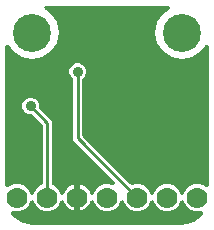
<source format=gbr>
G04 EAGLE Gerber RS-274X export*
G75*
%MOMM*%
%FSLAX34Y34*%
%LPD*%
%INBottom Copper*%
%IPPOS*%
%AMOC8*
5,1,8,0,0,1.08239X$1,22.5*%
G01*
%ADD10C,3.216000*%
%ADD11C,1.778000*%
%ADD12C,0.906400*%
%ADD13C,0.254000*%

G36*
X152466Y2547D02*
X152466Y2547D01*
X152559Y2547D01*
X155818Y2803D01*
X155890Y2816D01*
X155963Y2820D01*
X156128Y2859D01*
X156214Y2875D01*
X156245Y2887D01*
X156286Y2897D01*
X162483Y4910D01*
X162623Y4972D01*
X162766Y5026D01*
X162813Y5055D01*
X162852Y5072D01*
X162922Y5121D01*
X163050Y5199D01*
X168322Y9029D01*
X168436Y9131D01*
X168555Y9227D01*
X168591Y9269D01*
X168622Y9297D01*
X168674Y9366D01*
X168771Y9478D01*
X169807Y10904D01*
X169830Y10944D01*
X169860Y10980D01*
X169932Y11118D01*
X170010Y11251D01*
X170025Y11296D01*
X170047Y11337D01*
X170090Y11485D01*
X170140Y11632D01*
X170147Y11679D01*
X170160Y11723D01*
X170173Y11878D01*
X170193Y12031D01*
X170190Y12078D01*
X170194Y12125D01*
X170177Y12278D01*
X170167Y12433D01*
X170154Y12478D01*
X170149Y12525D01*
X170102Y12672D01*
X170061Y12822D01*
X170040Y12863D01*
X170026Y12908D01*
X169950Y13043D01*
X169881Y13182D01*
X169852Y13219D01*
X169829Y13259D01*
X169729Y13377D01*
X169634Y13499D01*
X169598Y13530D01*
X169568Y13565D01*
X169446Y13661D01*
X169328Y13762D01*
X169287Y13785D01*
X169251Y13813D01*
X169112Y13883D01*
X168977Y13959D01*
X168933Y13973D01*
X168891Y13994D01*
X168742Y14035D01*
X168594Y14083D01*
X168548Y14088D01*
X168503Y14100D01*
X168348Y14111D01*
X168194Y14129D01*
X168148Y14125D01*
X168101Y14128D01*
X167947Y14108D01*
X167793Y14095D01*
X167748Y14082D01*
X167702Y14076D01*
X167464Y13999D01*
X167406Y13983D01*
X167397Y13978D01*
X167386Y13974D01*
X167374Y13969D01*
X162826Y13969D01*
X158625Y15709D01*
X155409Y18925D01*
X154277Y21660D01*
X154272Y21668D01*
X154270Y21676D01*
X154177Y21845D01*
X154086Y22015D01*
X154081Y22022D01*
X154076Y22030D01*
X153952Y22177D01*
X153830Y22325D01*
X153823Y22331D01*
X153817Y22338D01*
X153666Y22458D01*
X153517Y22579D01*
X153510Y22583D01*
X153502Y22589D01*
X153332Y22676D01*
X153161Y22766D01*
X153152Y22769D01*
X153144Y22773D01*
X152962Y22824D01*
X152774Y22879D01*
X152765Y22880D01*
X152757Y22882D01*
X152566Y22897D01*
X152373Y22914D01*
X152364Y22913D01*
X152356Y22913D01*
X152165Y22890D01*
X151973Y22869D01*
X151965Y22866D01*
X151956Y22865D01*
X151775Y22805D01*
X151590Y22745D01*
X151582Y22741D01*
X151574Y22738D01*
X151407Y22643D01*
X151238Y22549D01*
X151232Y22543D01*
X151224Y22539D01*
X151077Y22411D01*
X150933Y22287D01*
X150927Y22280D01*
X150920Y22274D01*
X150803Y22121D01*
X150684Y21970D01*
X150680Y21962D01*
X150675Y21955D01*
X150523Y21660D01*
X149391Y18925D01*
X146175Y15709D01*
X143425Y14570D01*
X143424Y14570D01*
X141974Y13969D01*
X137426Y13969D01*
X133225Y15709D01*
X130009Y18925D01*
X128877Y21660D01*
X128872Y21668D01*
X128870Y21676D01*
X128776Y21847D01*
X128686Y22015D01*
X128681Y22022D01*
X128676Y22030D01*
X128552Y22178D01*
X128430Y22325D01*
X128423Y22331D01*
X128417Y22338D01*
X128267Y22458D01*
X128117Y22579D01*
X128109Y22583D01*
X128102Y22589D01*
X127930Y22677D01*
X127761Y22766D01*
X127752Y22769D01*
X127744Y22773D01*
X127558Y22825D01*
X127374Y22879D01*
X127365Y22880D01*
X127357Y22882D01*
X127166Y22897D01*
X126973Y22914D01*
X126964Y22913D01*
X126956Y22913D01*
X126764Y22890D01*
X126573Y22869D01*
X126565Y22866D01*
X126556Y22865D01*
X126373Y22804D01*
X126190Y22745D01*
X126182Y22741D01*
X126174Y22738D01*
X126007Y22643D01*
X125838Y22549D01*
X125832Y22543D01*
X125824Y22539D01*
X125679Y22412D01*
X125533Y22287D01*
X125527Y22280D01*
X125520Y22274D01*
X125403Y22121D01*
X125284Y21970D01*
X125280Y21962D01*
X125275Y21955D01*
X125123Y21660D01*
X123991Y18925D01*
X120775Y15709D01*
X118025Y14570D01*
X118024Y14570D01*
X116574Y13969D01*
X112026Y13969D01*
X107825Y15709D01*
X104609Y18925D01*
X103477Y21660D01*
X103472Y21668D01*
X103470Y21676D01*
X103376Y21847D01*
X103286Y22015D01*
X103281Y22022D01*
X103276Y22030D01*
X103152Y22178D01*
X103030Y22325D01*
X103023Y22331D01*
X103017Y22338D01*
X102867Y22458D01*
X102717Y22579D01*
X102709Y22583D01*
X102702Y22589D01*
X102530Y22677D01*
X102361Y22766D01*
X102352Y22769D01*
X102344Y22773D01*
X102158Y22825D01*
X101974Y22879D01*
X101965Y22880D01*
X101957Y22882D01*
X101766Y22897D01*
X101573Y22914D01*
X101564Y22913D01*
X101556Y22913D01*
X101364Y22890D01*
X101173Y22869D01*
X101165Y22866D01*
X101156Y22865D01*
X100973Y22804D01*
X100790Y22745D01*
X100782Y22741D01*
X100774Y22738D01*
X100607Y22643D01*
X100438Y22549D01*
X100432Y22543D01*
X100424Y22539D01*
X100279Y22412D01*
X100133Y22287D01*
X100127Y22280D01*
X100120Y22274D01*
X100003Y22121D01*
X99884Y21970D01*
X99880Y21962D01*
X99875Y21955D01*
X99723Y21660D01*
X98591Y18925D01*
X95375Y15709D01*
X92625Y14570D01*
X92624Y14570D01*
X91174Y13969D01*
X86626Y13969D01*
X82425Y15709D01*
X79209Y18925D01*
X78069Y21678D01*
X78027Y21756D01*
X77994Y21838D01*
X77933Y21933D01*
X77879Y22032D01*
X77823Y22101D01*
X77774Y22175D01*
X77695Y22256D01*
X77623Y22343D01*
X77554Y22399D01*
X77491Y22462D01*
X77398Y22525D01*
X77310Y22597D01*
X77232Y22638D01*
X77158Y22688D01*
X77053Y22731D01*
X76954Y22784D01*
X76868Y22809D01*
X76786Y22843D01*
X76676Y22865D01*
X76567Y22897D01*
X76479Y22904D01*
X76392Y22922D01*
X76279Y22922D01*
X76166Y22931D01*
X76078Y22921D01*
X75989Y22921D01*
X75878Y22899D01*
X75766Y22886D01*
X75682Y22859D01*
X75594Y22841D01*
X75490Y22798D01*
X75383Y22763D01*
X75305Y22720D01*
X75223Y22685D01*
X75130Y22622D01*
X75031Y22567D01*
X74964Y22509D01*
X74890Y22459D01*
X74811Y22378D01*
X74725Y22305D01*
X74671Y22235D01*
X74608Y22172D01*
X74547Y22077D01*
X74477Y21988D01*
X74437Y21908D01*
X74389Y21834D01*
X74334Y21704D01*
X74296Y21628D01*
X74284Y21584D01*
X74261Y21528D01*
X74093Y21012D01*
X73276Y19409D01*
X72219Y17953D01*
X70947Y16681D01*
X69491Y15624D01*
X67888Y14807D01*
X66177Y14251D01*
X65999Y14223D01*
X65999Y24932D01*
X65997Y24950D01*
X65999Y24967D01*
X65978Y25149D01*
X65959Y25332D01*
X65954Y25349D01*
X65952Y25367D01*
X65939Y25408D01*
X65966Y25502D01*
X65968Y25520D01*
X65972Y25537D01*
X65999Y25868D01*
X65999Y36577D01*
X66177Y36549D01*
X67888Y35993D01*
X69491Y35176D01*
X70947Y34119D01*
X72219Y32847D01*
X73276Y31391D01*
X74093Y29788D01*
X74261Y29272D01*
X74297Y29191D01*
X74323Y29106D01*
X74377Y29007D01*
X74423Y28903D01*
X74474Y28831D01*
X74516Y28753D01*
X74589Y28666D01*
X74654Y28574D01*
X74718Y28513D01*
X74775Y28445D01*
X74864Y28374D01*
X74946Y28296D01*
X75021Y28249D01*
X75090Y28194D01*
X75191Y28142D01*
X75286Y28082D01*
X75369Y28050D01*
X75448Y28010D01*
X75557Y27979D01*
X75663Y27939D01*
X75750Y27924D01*
X75836Y27900D01*
X75948Y27891D01*
X76060Y27873D01*
X76149Y27876D01*
X76237Y27869D01*
X76349Y27883D01*
X76462Y27886D01*
X76549Y27907D01*
X76637Y27918D01*
X76744Y27953D01*
X76854Y27979D01*
X76935Y28016D01*
X77019Y28044D01*
X77117Y28100D01*
X77220Y28147D01*
X77292Y28200D01*
X77369Y28244D01*
X77454Y28318D01*
X77545Y28384D01*
X77605Y28450D01*
X77672Y28508D01*
X77741Y28598D01*
X77818Y28681D01*
X77864Y28757D01*
X77918Y28827D01*
X77982Y28953D01*
X78026Y29025D01*
X78042Y29069D01*
X78069Y29122D01*
X79209Y31875D01*
X82425Y35091D01*
X82686Y35199D01*
X86626Y36831D01*
X91174Y36831D01*
X92505Y36279D01*
X92509Y36278D01*
X92513Y36276D01*
X92701Y36220D01*
X92890Y36163D01*
X92895Y36162D01*
X92899Y36161D01*
X93100Y36143D01*
X93291Y36125D01*
X93295Y36125D01*
X93300Y36125D01*
X93499Y36146D01*
X93692Y36166D01*
X93696Y36168D01*
X93700Y36168D01*
X93888Y36227D01*
X94076Y36286D01*
X94080Y36288D01*
X94084Y36290D01*
X94255Y36384D01*
X94429Y36479D01*
X94433Y36482D01*
X94436Y36484D01*
X94586Y36611D01*
X94737Y36739D01*
X94740Y36742D01*
X94743Y36745D01*
X94865Y36899D01*
X94988Y37053D01*
X94990Y37057D01*
X94993Y37061D01*
X95079Y37231D01*
X95172Y37412D01*
X95173Y37416D01*
X95175Y37420D01*
X95228Y37610D01*
X95282Y37799D01*
X95282Y37803D01*
X95283Y37808D01*
X95298Y38008D01*
X95313Y38200D01*
X95312Y38205D01*
X95313Y38209D01*
X95288Y38406D01*
X95264Y38600D01*
X95263Y38604D01*
X95262Y38609D01*
X95201Y38792D01*
X95138Y38982D01*
X95136Y38986D01*
X95134Y38990D01*
X95036Y39161D01*
X94938Y39332D01*
X94936Y39335D01*
X94933Y39339D01*
X94719Y39592D01*
X60212Y74099D01*
X60212Y124910D01*
X60209Y124936D01*
X60211Y124963D01*
X60189Y125137D01*
X60172Y125310D01*
X60164Y125336D01*
X60161Y125363D01*
X60105Y125528D01*
X60054Y125695D01*
X60041Y125719D01*
X60033Y125744D01*
X59945Y125896D01*
X59862Y126049D01*
X59845Y126070D01*
X59832Y126093D01*
X59617Y126346D01*
X58027Y127936D01*
X56950Y130536D01*
X56950Y133350D01*
X58027Y135949D01*
X60016Y137939D01*
X62616Y139015D01*
X65430Y139015D01*
X68029Y137939D01*
X70019Y135949D01*
X71095Y133350D01*
X71095Y130536D01*
X70019Y127936D01*
X68428Y126346D01*
X68411Y126325D01*
X68391Y126308D01*
X68284Y126170D01*
X68173Y126035D01*
X68161Y126011D01*
X68144Y125990D01*
X68066Y125833D01*
X67985Y125679D01*
X67977Y125653D01*
X67965Y125629D01*
X67920Y125460D01*
X67870Y125293D01*
X67868Y125266D01*
X67861Y125240D01*
X67833Y124910D01*
X67833Y78097D01*
X67836Y78071D01*
X67834Y78044D01*
X67856Y77870D01*
X67873Y77696D01*
X67881Y77671D01*
X67885Y77644D01*
X67940Y77479D01*
X67992Y77312D01*
X68004Y77288D01*
X68013Y77263D01*
X68100Y77111D01*
X68183Y76958D01*
X68200Y76937D01*
X68214Y76914D01*
X68428Y76661D01*
X108402Y36687D01*
X108420Y36673D01*
X108434Y36656D01*
X108575Y36545D01*
X108714Y36432D01*
X108733Y36421D01*
X108751Y36408D01*
X108911Y36327D01*
X109070Y36243D01*
X109091Y36237D01*
X109111Y36227D01*
X109284Y36179D01*
X109455Y36128D01*
X109478Y36126D01*
X109499Y36120D01*
X109678Y36108D01*
X109856Y36092D01*
X109879Y36094D01*
X109901Y36093D01*
X110079Y36116D01*
X110257Y36135D01*
X110278Y36142D01*
X110300Y36145D01*
X110616Y36247D01*
X112026Y36831D01*
X116574Y36831D01*
X120775Y35091D01*
X123991Y31875D01*
X125123Y29140D01*
X125128Y29132D01*
X125130Y29124D01*
X125222Y28956D01*
X125314Y28785D01*
X125319Y28778D01*
X125324Y28770D01*
X125447Y28624D01*
X125570Y28475D01*
X125577Y28469D01*
X125583Y28462D01*
X125733Y28342D01*
X125883Y28221D01*
X125891Y28217D01*
X125897Y28211D01*
X126068Y28124D01*
X126239Y28034D01*
X126248Y28031D01*
X126256Y28027D01*
X126440Y27975D01*
X126626Y27921D01*
X126634Y27920D01*
X126643Y27918D01*
X126834Y27903D01*
X127027Y27886D01*
X127036Y27887D01*
X127044Y27887D01*
X127234Y27910D01*
X127427Y27931D01*
X127435Y27934D01*
X127444Y27935D01*
X127626Y27995D01*
X127810Y28055D01*
X127818Y28059D01*
X127826Y28062D01*
X127994Y28157D01*
X128162Y28251D01*
X128168Y28257D01*
X128176Y28261D01*
X128321Y28388D01*
X128467Y28513D01*
X128473Y28520D01*
X128480Y28526D01*
X128597Y28678D01*
X128716Y28830D01*
X128720Y28838D01*
X128725Y28845D01*
X128877Y29140D01*
X130009Y31875D01*
X133225Y35091D01*
X133486Y35199D01*
X137426Y36831D01*
X141974Y36831D01*
X146175Y35091D01*
X149391Y31875D01*
X150523Y29140D01*
X150528Y29132D01*
X150530Y29124D01*
X150623Y28953D01*
X150714Y28785D01*
X150719Y28778D01*
X150724Y28770D01*
X150847Y28624D01*
X150970Y28475D01*
X150977Y28469D01*
X150983Y28462D01*
X151133Y28343D01*
X151283Y28221D01*
X151291Y28217D01*
X151297Y28211D01*
X151469Y28123D01*
X151639Y28034D01*
X151648Y28031D01*
X151656Y28027D01*
X151841Y27975D01*
X152026Y27921D01*
X152034Y27920D01*
X152043Y27918D01*
X152234Y27903D01*
X152427Y27886D01*
X152436Y27887D01*
X152444Y27887D01*
X152637Y27910D01*
X152827Y27931D01*
X152835Y27934D01*
X152844Y27935D01*
X153029Y27996D01*
X153210Y28055D01*
X153218Y28059D01*
X153226Y28062D01*
X153394Y28157D01*
X153562Y28251D01*
X153568Y28257D01*
X153576Y28261D01*
X153721Y28388D01*
X153867Y28513D01*
X153873Y28520D01*
X153880Y28526D01*
X153997Y28678D01*
X154116Y28830D01*
X154120Y28838D01*
X154125Y28845D01*
X154277Y29140D01*
X155409Y31875D01*
X158625Y35091D01*
X158886Y35199D01*
X162826Y36831D01*
X167374Y36831D01*
X171575Y35091D01*
X171792Y34874D01*
X171799Y34868D01*
X171804Y34861D01*
X171954Y34741D01*
X172103Y34619D01*
X172111Y34615D01*
X172118Y34609D01*
X172288Y34521D01*
X172459Y34430D01*
X172468Y34427D01*
X172475Y34423D01*
X172659Y34371D01*
X172845Y34315D01*
X172854Y34314D01*
X172862Y34312D01*
X173053Y34296D01*
X173246Y34279D01*
X173255Y34280D01*
X173264Y34279D01*
X173453Y34301D01*
X173646Y34322D01*
X173655Y34325D01*
X173663Y34326D01*
X173847Y34386D01*
X174030Y34444D01*
X174038Y34448D01*
X174046Y34451D01*
X174215Y34546D01*
X174382Y34639D01*
X174389Y34644D01*
X174397Y34649D01*
X174542Y34774D01*
X174689Y34899D01*
X174695Y34906D01*
X174702Y34912D01*
X174819Y35063D01*
X174939Y35215D01*
X174943Y35223D01*
X174948Y35230D01*
X175034Y35402D01*
X175121Y35574D01*
X175124Y35582D01*
X175128Y35591D01*
X175178Y35779D01*
X175229Y35962D01*
X175230Y35971D01*
X175232Y35979D01*
X175259Y36310D01*
X175259Y152610D01*
X175259Y152617D01*
X175259Y152624D01*
X175239Y152818D01*
X175219Y153011D01*
X175217Y153017D01*
X175217Y153024D01*
X175158Y153210D01*
X175101Y153396D01*
X175098Y153402D01*
X175096Y153408D01*
X175002Y153579D01*
X174909Y153750D01*
X174905Y153755D01*
X174902Y153761D01*
X174775Y153911D01*
X174652Y154059D01*
X174646Y154063D01*
X174642Y154068D01*
X174490Y154189D01*
X174338Y154311D01*
X174332Y154315D01*
X174327Y154319D01*
X174154Y154407D01*
X173981Y154497D01*
X173974Y154499D01*
X173968Y154502D01*
X173782Y154554D01*
X173594Y154608D01*
X173587Y154609D01*
X173581Y154611D01*
X173388Y154625D01*
X173192Y154641D01*
X173186Y154640D01*
X173179Y154641D01*
X172986Y154617D01*
X172793Y154594D01*
X172786Y154592D01*
X172780Y154591D01*
X172597Y154530D01*
X172410Y154470D01*
X172404Y154466D01*
X172398Y154464D01*
X172231Y154369D01*
X172059Y154272D01*
X172054Y154267D01*
X172048Y154264D01*
X171903Y154137D01*
X171755Y154008D01*
X171750Y154003D01*
X171745Y153999D01*
X171539Y153739D01*
X168424Y149076D01*
X161072Y144164D01*
X152400Y142439D01*
X143728Y144164D01*
X136376Y149076D01*
X131464Y156428D01*
X129739Y165100D01*
X131464Y173772D01*
X136376Y181124D01*
X141039Y184239D01*
X141044Y184243D01*
X141050Y184247D01*
X141197Y184369D01*
X141350Y184495D01*
X141354Y184500D01*
X141359Y184504D01*
X141480Y184654D01*
X141604Y184807D01*
X141607Y184813D01*
X141611Y184818D01*
X141699Y184988D01*
X141792Y185163D01*
X141794Y185170D01*
X141797Y185175D01*
X141851Y185363D01*
X141906Y185549D01*
X141907Y185556D01*
X141908Y185562D01*
X141924Y185758D01*
X141941Y185950D01*
X141941Y185957D01*
X141941Y185964D01*
X141919Y186157D01*
X141897Y186350D01*
X141895Y186357D01*
X141894Y186363D01*
X141834Y186550D01*
X141775Y186734D01*
X141772Y186740D01*
X141770Y186746D01*
X141674Y186916D01*
X141579Y187086D01*
X141575Y187091D01*
X141572Y187097D01*
X141446Y187242D01*
X141318Y187392D01*
X141313Y187397D01*
X141308Y187402D01*
X141157Y187519D01*
X141002Y187641D01*
X140996Y187644D01*
X140990Y187648D01*
X140816Y187735D01*
X140642Y187823D01*
X140636Y187825D01*
X140630Y187828D01*
X140441Y187878D01*
X140254Y187930D01*
X140248Y187930D01*
X140241Y187932D01*
X139910Y187959D01*
X37890Y187959D01*
X37883Y187959D01*
X37876Y187959D01*
X37681Y187938D01*
X37489Y187919D01*
X37483Y187917D01*
X37476Y187917D01*
X37291Y187858D01*
X37104Y187801D01*
X37098Y187798D01*
X37092Y187796D01*
X36922Y187703D01*
X36750Y187609D01*
X36745Y187605D01*
X36739Y187602D01*
X36590Y187476D01*
X36441Y187352D01*
X36437Y187347D01*
X36432Y187342D01*
X36310Y187189D01*
X36189Y187038D01*
X36185Y187032D01*
X36181Y187027D01*
X36093Y186853D01*
X36003Y186681D01*
X36001Y186674D01*
X35998Y186668D01*
X35946Y186482D01*
X35892Y186294D01*
X35891Y186287D01*
X35889Y186281D01*
X35875Y186088D01*
X35859Y185892D01*
X35860Y185886D01*
X35859Y185879D01*
X35883Y185686D01*
X35906Y185493D01*
X35908Y185486D01*
X35909Y185480D01*
X35970Y185295D01*
X36031Y185110D01*
X36034Y185104D01*
X36036Y185098D01*
X36133Y184929D01*
X36228Y184759D01*
X36233Y184754D01*
X36236Y184748D01*
X36364Y184603D01*
X36492Y184455D01*
X36497Y184450D01*
X36501Y184445D01*
X36761Y184239D01*
X41424Y181124D01*
X46336Y173772D01*
X48061Y165100D01*
X46336Y156428D01*
X41424Y149076D01*
X34072Y144164D01*
X25400Y142439D01*
X16728Y144164D01*
X9376Y149076D01*
X6261Y153739D01*
X6257Y153744D01*
X6253Y153750D01*
X6129Y153899D01*
X6005Y154050D01*
X6000Y154054D01*
X5996Y154059D01*
X5843Y154182D01*
X5693Y154304D01*
X5687Y154307D01*
X5682Y154311D01*
X5510Y154401D01*
X5337Y154492D01*
X5330Y154494D01*
X5325Y154497D01*
X5139Y154550D01*
X4951Y154606D01*
X4944Y154607D01*
X4938Y154608D01*
X4744Y154624D01*
X4550Y154641D01*
X4543Y154641D01*
X4536Y154641D01*
X4343Y154619D01*
X4150Y154597D01*
X4143Y154595D01*
X4137Y154594D01*
X3950Y154534D01*
X3766Y154475D01*
X3760Y154472D01*
X3754Y154469D01*
X3582Y154373D01*
X3414Y154279D01*
X3409Y154275D01*
X3403Y154272D01*
X3255Y154144D01*
X3108Y154018D01*
X3104Y154013D01*
X3098Y154008D01*
X2979Y153854D01*
X2859Y153702D01*
X2856Y153696D01*
X2852Y153690D01*
X2765Y153515D01*
X2677Y153342D01*
X2675Y153336D01*
X2672Y153330D01*
X2621Y153140D01*
X2570Y152954D01*
X2570Y152948D01*
X2568Y152941D01*
X2541Y152610D01*
X2541Y36310D01*
X2542Y36301D01*
X2541Y36292D01*
X2561Y36102D01*
X2581Y35909D01*
X2583Y35901D01*
X2584Y35892D01*
X2642Y35709D01*
X2699Y35525D01*
X2703Y35517D01*
X2706Y35508D01*
X2799Y35340D01*
X2891Y35171D01*
X2896Y35164D01*
X2901Y35156D01*
X3026Y35008D01*
X3148Y34861D01*
X3155Y34856D01*
X3161Y34849D01*
X3312Y34729D01*
X3462Y34609D01*
X3470Y34605D01*
X3477Y34599D01*
X3650Y34512D01*
X3819Y34423D01*
X3828Y34421D01*
X3836Y34417D01*
X4022Y34365D01*
X4206Y34312D01*
X4215Y34311D01*
X4224Y34309D01*
X4416Y34295D01*
X4608Y34279D01*
X4616Y34280D01*
X4625Y34280D01*
X4817Y34304D01*
X5007Y34326D01*
X5016Y34329D01*
X5025Y34330D01*
X5207Y34391D01*
X5390Y34451D01*
X5398Y34455D01*
X5406Y34458D01*
X5574Y34554D01*
X5741Y34649D01*
X5748Y34655D01*
X5755Y34659D01*
X6008Y34874D01*
X6225Y35091D01*
X6486Y35199D01*
X10426Y36831D01*
X14974Y36831D01*
X19175Y35091D01*
X22391Y31875D01*
X23523Y29140D01*
X23528Y29132D01*
X23530Y29124D01*
X23622Y28956D01*
X23714Y28785D01*
X23719Y28778D01*
X23724Y28770D01*
X23847Y28624D01*
X23970Y28475D01*
X23977Y28469D01*
X23983Y28462D01*
X24133Y28342D01*
X24283Y28221D01*
X24291Y28217D01*
X24297Y28211D01*
X24468Y28124D01*
X24639Y28034D01*
X24648Y28031D01*
X24656Y28027D01*
X24840Y27975D01*
X25026Y27921D01*
X25034Y27920D01*
X25043Y27918D01*
X25234Y27903D01*
X25427Y27886D01*
X25436Y27887D01*
X25444Y27887D01*
X25634Y27910D01*
X25827Y27931D01*
X25835Y27934D01*
X25844Y27935D01*
X26026Y27995D01*
X26210Y28055D01*
X26218Y28059D01*
X26226Y28062D01*
X26394Y28157D01*
X26562Y28251D01*
X26568Y28257D01*
X26576Y28261D01*
X26721Y28388D01*
X26867Y28513D01*
X26873Y28520D01*
X26880Y28526D01*
X26997Y28678D01*
X27116Y28830D01*
X27120Y28838D01*
X27125Y28845D01*
X27277Y29140D01*
X28409Y31875D01*
X31625Y35091D01*
X33035Y35675D01*
X33055Y35685D01*
X33076Y35692D01*
X33232Y35780D01*
X33390Y35865D01*
X33407Y35879D01*
X33427Y35890D01*
X33562Y36007D01*
X33701Y36121D01*
X33715Y36139D01*
X33732Y36153D01*
X33841Y36295D01*
X33954Y36434D01*
X33965Y36454D01*
X33978Y36471D01*
X34058Y36632D01*
X34141Y36790D01*
X34148Y36812D01*
X34158Y36832D01*
X34204Y37005D01*
X34254Y37177D01*
X34256Y37199D01*
X34262Y37221D01*
X34289Y37551D01*
X34289Y86480D01*
X34287Y86507D01*
X34289Y86533D01*
X34267Y86707D01*
X34249Y86881D01*
X34242Y86906D01*
X34238Y86933D01*
X34183Y87099D01*
X34131Y87266D01*
X34118Y87289D01*
X34110Y87315D01*
X34023Y87466D01*
X33939Y87620D01*
X33922Y87640D01*
X33909Y87663D01*
X33694Y87916D01*
X26408Y95202D01*
X26388Y95219D01*
X26370Y95240D01*
X26232Y95347D01*
X26097Y95457D01*
X26073Y95470D01*
X26052Y95486D01*
X25895Y95564D01*
X25741Y95646D01*
X25716Y95654D01*
X25692Y95666D01*
X25522Y95711D01*
X25355Y95761D01*
X25329Y95763D01*
X25303Y95770D01*
X24972Y95797D01*
X22723Y95797D01*
X20124Y96874D01*
X18134Y98864D01*
X17057Y101463D01*
X17057Y104277D01*
X18134Y106876D01*
X20124Y108866D01*
X22723Y109943D01*
X25537Y109943D01*
X28136Y108866D01*
X30126Y106876D01*
X31203Y104277D01*
X31203Y102028D01*
X31205Y102001D01*
X31203Y101975D01*
X31225Y101801D01*
X31243Y101627D01*
X31250Y101602D01*
X31254Y101575D01*
X31309Y101409D01*
X31361Y101242D01*
X31374Y101219D01*
X31382Y101193D01*
X31469Y101042D01*
X31553Y100888D01*
X31570Y100868D01*
X31583Y100845D01*
X31798Y100592D01*
X41911Y90478D01*
X41911Y37551D01*
X41913Y37529D01*
X41911Y37507D01*
X41933Y37329D01*
X41951Y37151D01*
X41957Y37129D01*
X41960Y37107D01*
X42016Y36937D01*
X42069Y36766D01*
X42079Y36746D01*
X42086Y36725D01*
X42175Y36569D01*
X42261Y36412D01*
X42275Y36395D01*
X42286Y36375D01*
X42404Y36240D01*
X42518Y36102D01*
X42536Y36089D01*
X42550Y36072D01*
X42693Y35962D01*
X42832Y35850D01*
X42852Y35840D01*
X42870Y35826D01*
X43165Y35675D01*
X44575Y35091D01*
X47791Y31875D01*
X48931Y29122D01*
X48973Y29044D01*
X49006Y28962D01*
X49067Y28867D01*
X49121Y28768D01*
X49177Y28699D01*
X49226Y28625D01*
X49305Y28544D01*
X49377Y28457D01*
X49446Y28401D01*
X49509Y28338D01*
X49602Y28275D01*
X49690Y28203D01*
X49768Y28162D01*
X49842Y28112D01*
X49947Y28069D01*
X50046Y28016D01*
X50132Y27991D01*
X50214Y27957D01*
X50324Y27935D01*
X50433Y27903D01*
X50521Y27896D01*
X50608Y27878D01*
X50721Y27878D01*
X50834Y27869D01*
X50922Y27879D01*
X51011Y27879D01*
X51122Y27901D01*
X51234Y27914D01*
X51318Y27941D01*
X51406Y27959D01*
X51510Y28002D01*
X51617Y28037D01*
X51695Y28080D01*
X51777Y28115D01*
X51870Y28178D01*
X51969Y28233D01*
X52036Y28291D01*
X52110Y28341D01*
X52189Y28422D01*
X52275Y28495D01*
X52329Y28565D01*
X52392Y28628D01*
X52453Y28723D01*
X52523Y28812D01*
X52563Y28892D01*
X52611Y28966D01*
X52666Y29096D01*
X52704Y29172D01*
X52716Y29216D01*
X52739Y29272D01*
X52907Y29788D01*
X53724Y31391D01*
X54781Y32847D01*
X56053Y34119D01*
X57509Y35176D01*
X59112Y35993D01*
X60823Y36549D01*
X61001Y36577D01*
X61001Y25868D01*
X61002Y25850D01*
X61001Y25833D01*
X61022Y25650D01*
X61041Y25468D01*
X61046Y25451D01*
X61048Y25433D01*
X61061Y25392D01*
X61034Y25298D01*
X61032Y25280D01*
X61028Y25263D01*
X61001Y24932D01*
X61001Y14223D01*
X60823Y14251D01*
X59112Y14807D01*
X57509Y15624D01*
X56053Y16681D01*
X54781Y17953D01*
X53724Y19409D01*
X52907Y21012D01*
X52739Y21528D01*
X52703Y21609D01*
X52677Y21694D01*
X52623Y21793D01*
X52577Y21897D01*
X52526Y21969D01*
X52484Y22047D01*
X52411Y22134D01*
X52346Y22226D01*
X52282Y22287D01*
X52225Y22355D01*
X52136Y22426D01*
X52054Y22504D01*
X51979Y22551D01*
X51910Y22606D01*
X51809Y22658D01*
X51714Y22718D01*
X51631Y22750D01*
X51552Y22790D01*
X51443Y22821D01*
X51337Y22861D01*
X51250Y22876D01*
X51164Y22900D01*
X51052Y22909D01*
X50940Y22927D01*
X50851Y22924D01*
X50763Y22931D01*
X50651Y22917D01*
X50538Y22914D01*
X50451Y22893D01*
X50363Y22882D01*
X50256Y22847D01*
X50146Y22821D01*
X50065Y22784D01*
X49981Y22756D01*
X49883Y22700D01*
X49780Y22653D01*
X49708Y22600D01*
X49631Y22556D01*
X49546Y22482D01*
X49455Y22416D01*
X49395Y22350D01*
X49328Y22292D01*
X49259Y22202D01*
X49182Y22119D01*
X49136Y22043D01*
X49082Y21973D01*
X49018Y21847D01*
X48974Y21775D01*
X48958Y21731D01*
X48931Y21678D01*
X47791Y18925D01*
X44575Y15709D01*
X41825Y14570D01*
X41824Y14570D01*
X40374Y13969D01*
X35826Y13969D01*
X31625Y15709D01*
X28409Y18925D01*
X27277Y21660D01*
X27272Y21668D01*
X27270Y21676D01*
X27176Y21847D01*
X27086Y22015D01*
X27081Y22022D01*
X27076Y22030D01*
X26952Y22178D01*
X26830Y22325D01*
X26823Y22331D01*
X26817Y22338D01*
X26667Y22458D01*
X26517Y22579D01*
X26509Y22583D01*
X26502Y22589D01*
X26330Y22677D01*
X26161Y22766D01*
X26152Y22769D01*
X26144Y22773D01*
X25958Y22825D01*
X25774Y22879D01*
X25765Y22880D01*
X25757Y22882D01*
X25566Y22897D01*
X25373Y22914D01*
X25364Y22913D01*
X25356Y22913D01*
X25164Y22890D01*
X24973Y22869D01*
X24965Y22866D01*
X24956Y22865D01*
X24773Y22804D01*
X24590Y22745D01*
X24582Y22741D01*
X24574Y22738D01*
X24407Y22643D01*
X24238Y22549D01*
X24232Y22543D01*
X24224Y22539D01*
X24079Y22412D01*
X23933Y22287D01*
X23927Y22280D01*
X23920Y22274D01*
X23803Y22121D01*
X23684Y21970D01*
X23680Y21962D01*
X23675Y21955D01*
X23523Y21660D01*
X22391Y18925D01*
X19175Y15709D01*
X16425Y14570D01*
X16424Y14570D01*
X14974Y13969D01*
X10426Y13969D01*
X10414Y13974D01*
X10369Y13988D01*
X10327Y14008D01*
X10177Y14046D01*
X10029Y14091D01*
X9982Y14095D01*
X9937Y14107D01*
X9782Y14114D01*
X9628Y14129D01*
X9582Y14124D01*
X9535Y14126D01*
X9382Y14103D01*
X9228Y14087D01*
X9183Y14073D01*
X9137Y14066D01*
X8991Y14014D01*
X8843Y13967D01*
X8802Y13945D01*
X8758Y13929D01*
X8626Y13849D01*
X8490Y13774D01*
X8454Y13744D01*
X8414Y13720D01*
X8300Y13615D01*
X8182Y13515D01*
X8153Y13479D01*
X8118Y13447D01*
X8027Y13321D01*
X7931Y13200D01*
X7910Y13159D01*
X7882Y13121D01*
X7818Y12980D01*
X7747Y12842D01*
X7734Y12797D01*
X7715Y12755D01*
X7679Y12604D01*
X7637Y12455D01*
X7634Y12408D01*
X7623Y12363D01*
X7618Y12208D01*
X7606Y12053D01*
X7612Y12007D01*
X7610Y11960D01*
X7636Y11807D01*
X7655Y11654D01*
X7669Y11609D01*
X7677Y11563D01*
X7732Y11419D01*
X7781Y11271D01*
X7804Y11231D01*
X7821Y11187D01*
X7951Y10974D01*
X7981Y10922D01*
X7987Y10914D01*
X7993Y10904D01*
X9029Y9478D01*
X9131Y9364D01*
X9227Y9245D01*
X9268Y9210D01*
X9283Y9192D01*
X9285Y9191D01*
X9297Y9178D01*
X9366Y9126D01*
X9478Y9029D01*
X14750Y5199D01*
X14882Y5122D01*
X15010Y5038D01*
X15061Y5017D01*
X15098Y4996D01*
X15179Y4968D01*
X15317Y4910D01*
X21514Y2897D01*
X21586Y2881D01*
X21655Y2856D01*
X21822Y2829D01*
X21907Y2811D01*
X21941Y2810D01*
X21982Y2803D01*
X25241Y2547D01*
X25307Y2548D01*
X25400Y2541D01*
X152400Y2541D01*
X152466Y2547D01*
G37*
D10*
X25400Y165100D03*
X152400Y165100D03*
D11*
X12700Y25400D03*
X38100Y25400D03*
X63500Y25400D03*
X88900Y25400D03*
X114300Y25400D03*
X139700Y25400D03*
X165100Y25400D03*
D12*
X33020Y135890D03*
D13*
X31750Y137160D01*
X30480Y137160D01*
D12*
X107950Y118110D03*
D13*
X110490Y116840D01*
X38100Y88900D02*
X38100Y25400D01*
X38100Y88900D02*
X24130Y102870D01*
D12*
X24130Y102870D03*
X64023Y131943D03*
D13*
X64023Y75677D02*
X114300Y25400D01*
X64023Y75677D02*
X64023Y131943D01*
M02*

</source>
